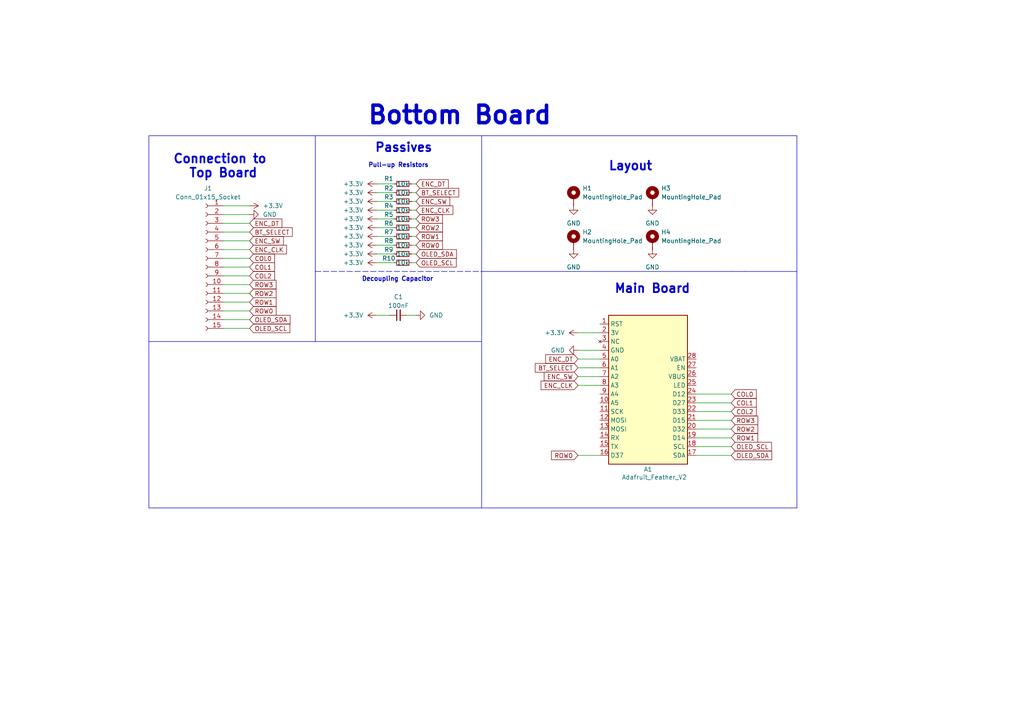
<source format=kicad_sch>
(kicad_sch (version 20231120) (generator "eeschema") (generator_version "8.0")
  (paper "A4")
  (lib_symbols
    (symbol "Connector:Conn_01x15_Socket" (pin_names (offset 1.016) hide)
      (property "Reference" "J" (at 0 20.32 0))
      (property "Value" "Conn_01x15_Socket" (at 0 -20.32 0))
      (symbol "Conn_01x15_Socket_1_1"
        (arc (start 0 -17.272) (mid -0.5058 -17.78) (end 0 -18.288) (stroke (width 0.1524)))
        (arc (start 0 -14.732) (mid -0.5058 -15.24) (end 0 -15.748) (stroke (width 0.1524)))
        (arc (start 0 -12.192) (mid -0.5058 -12.7) (end 0 -13.208) (stroke (width 0.1524)))
        (arc (start 0 -9.652) (mid -0.5058 -10.16) (end 0 -10.668) (stroke (width 0.1524)))
        (arc (start 0 -7.112) (mid -0.5058 -7.62) (end 0 -8.128) (stroke (width 0.1524)))
        (arc (start 0 -4.572) (mid -0.5058 -5.08) (end 0 -5.588) (stroke (width 0.1524)))
        (arc (start 0 -2.032) (mid -0.5058 -2.54) (end 0 -3.048) (stroke (width 0.1524)))
        (polyline (pts (xy -1.27 -17.78) (xy -0.508 -17.78)) (stroke (width 0.1524)))
        (polyline (pts (xy -1.27 -15.24) (xy -0.508 -15.24)) (stroke (width 0.1524)))
        (polyline (pts (xy -1.27 -12.7) (xy -0.508 -12.7)) (stroke (width 0.1524)))
        (polyline (pts (xy -1.27 -10.16) (xy -0.508 -10.16)) (stroke (width 0.1524)))
        (polyline (pts (xy -1.27 -7.62) (xy -0.508 -7.62)) (stroke (width 0.1524)))
        (polyline (pts (xy -1.27 -5.08) (xy -0.508 -5.08)) (stroke (width 0.1524)))
        (polyline (pts (xy -1.27 -2.54) (xy -0.508 -2.54)) (stroke (width 0.1524)))
        (polyline (pts (xy -1.27 0) (xy -0.508 0)) (stroke (width 0.1524)))
        (polyline (pts (xy -1.27 2.54) (xy -0.508 2.54)) (stroke (width 0.1524)))
        (polyline (pts (xy -1.27 5.08) (xy -0.508 5.08)) (stroke (width 0.1524)))
        (polyline (pts (xy -1.27 7.62) (xy -0.508 7.62)) (stroke (width 0.1524)))
        (polyline (pts (xy -1.27 10.16) (xy -0.508 10.16)) (stroke (width 0.1524)))
        (polyline (pts (xy -1.27 12.7) (xy -0.508 12.7)) (stroke (width 0.1524)))
        (polyline (pts (xy -1.27 15.24) (xy -0.508 15.24)) (stroke (width 0.1524)))
        (polyline (pts (xy -1.27 17.78) (xy -0.508 17.78)) (stroke (width 0.1524)))
        (arc (start 0 0.508) (mid -0.5058 0) (end 0 -0.508) (stroke (width 0.1524)))
        (arc (start 0 3.048) (mid -0.5058 2.54) (end 0 2.032) (stroke (width 0.1524)))
        (arc (start 0 5.588) (mid -0.5058 5.08) (end 0 4.572) (stroke (width 0.1524)))
        (arc (start 0 8.128) (mid -0.5058 7.62) (end 0 7.112) (stroke (width 0.1524)))
        (arc (start 0 10.668) (mid -0.5058 10.16) (end 0 9.652) (stroke (width 0.1524)))
        (arc (start 0 13.208) (mid -0.5058 12.7) (end 0 12.192) (stroke (width 0.1524)))
        (arc (start 0 15.748) (mid -0.5058 15.24) (end 0 14.732) (stroke (width 0.1524)))
        (arc (start 0 18.288) (mid -0.5058 17.78) (end 0 17.272) (stroke (width 0.1524)))
        (pin passive line (at -5.08 17.78 0) (length 3.81) (name "Pin_1") (number "1"))
        (pin passive line (at -5.08 -5.08 0) (length 3.81) (name "Pin_10") (number "10"))
        (pin passive line (at -5.08 -7.62 0) (length 3.81) (name "Pin_11") (number "11"))
        (pin passive line (at -5.08 -10.16 0) (length 3.81) (name "Pin_12") (number "12"))
        (pin passive line (at -5.08 -12.7 0) (length 3.81) (name "Pin_13") (number "13"))
        (pin passive line (at -5.08 -15.24 0) (length 3.81) (name "Pin_14") (number "14"))
        (pin passive line (at -5.08 -17.78 0) (length 3.81) (name "Pin_15") (number "15"))
        (pin passive line (at -5.08 15.24 0) (length 3.81) (name "Pin_2") (number "2"))
        (pin passive line (at -5.08 12.7 0) (length 3.81) (name "Pin_3") (number "3"))
        (pin passive line (at -5.08 10.16 0) (length 3.81) (name "Pin_4") (number "4"))
        (pin passive line (at -5.08 7.62 0) (length 3.81) (name "Pin_5") (number "5"))
        (pin passive line (at -5.08 5.08 0) (length 3.81) (name "Pin_6") (number "6"))
        (pin passive line (at -5.08 2.54 0) (length 3.81) (name "Pin_7") (number "7"))
        (pin passive line (at -5.08 0 0) (length 3.81) (name "Pin_8") (number "8"))
        (pin passive line (at -5.08 -2.54 0) (length 3.81) (name "Pin_9") (number "9"))
      )
    )
    (symbol "Device:C_Small" (pin_numbers hide) (pin_names (offset 0.254) hide)
      (property "Reference" "C" (at 0.254 1.778 0))
      (property "Value" "C_Small" (at 0.254 -2.032 0))
      (symbol "C_Small_0_1"
        (polyline (pts (xy -1.524 -0.508) (xy 1.524 -0.508)) (stroke (width 0.3302)))
        (polyline (pts (xy -1.524 0.508) (xy 1.524 0.508)) (stroke (width 0.3048)))
      )
      (symbol "C_Small_1_1"
        (pin passive line (at 0 2.54 270) (length 2.032) (name "~") (number "1"))
        (pin passive line (at 0 -2.54 90) (length 2.032) (name "~") (number "2"))
      )
    )
    (symbol "Device:R_Small" (pin_numbers hide) (pin_names (offset 0.254) hide)
      (property "Reference" "R" (at 0.762 0.508 0))
      (property "Value" "R_Small" (at 0.762 -1.016 0))
      (symbol "R_Small_0_1"
        (rectangle (start -0.762 1.778) (end 0.762 -1.778) (stroke (width 0.2032)))
      )
      (symbol "R_Small_1_1"
        (pin passive line (at 0 2.54 270) (length 0.762) (name "~") (number "1"))
        (pin passive line (at 0 -2.54 90) (length 0.762) (name "~") (number "2"))
      )
    )
    (symbol "MCU_Module:Adafruit_Feather_Generic"
      (property "Reference" "A1" (at -1.27 -23.114 0))
      (property "Value" "Adafruit_Feather_V2" (at -7.62 -25.4 0))
      (symbol "Adafruit_Feather_Generic_0_1"
        (rectangle (start -11.43 21.59) (end 11.43 -21.59) (stroke (width 0.254)) (fill (type background)))
      )
      (symbol "Adafruit_Feather_Generic_1_1"
        (pin bidirectional line (at -13.97 19.05 0) (length 2.54) (name "RST") (number "1"))
        (pin bidirectional line (at -13.97 -3.81 0) (length 2.54) (name "A5") (number "10"))
        (pin bidirectional line (at -13.97 -6.35 0) (length 2.54) (name "SCK") (number "11"))
        (pin bidirectional line (at -13.97 -8.89 0) (length 2.54) (name "MOSI") (number "12"))
        (pin bidirectional line (at -13.97 -11.43 0) (length 2.54) (name "MOSI") (number "13"))
        (pin bidirectional line (at -13.97 -13.97 0) (length 2.54) (name "RX") (number "14"))
        (pin bidirectional line (at -13.97 -16.51 0) (length 2.54) (name "TX") (number "15"))
        (pin bidirectional line (at -13.97 -19.05 0) (length 2.54) (name "D37") (number "16"))
        (pin bidirectional line (at 13.97 -19.05 180) (length 2.54) (name "SDA") (number "17"))
        (pin bidirectional line (at 13.97 -16.51 180) (length 2.54) (name "SCL") (number "18"))
        (pin bidirectional line (at 13.97 -13.97 180) (length 2.54) (name "D14") (number "19"))
        (pin power_out line (at -13.97 16.51 0) (length 2.54) (name "3V") (number "2"))
        (pin bidirectional line (at 13.97 -11.43 180) (length 2.54) (name "D32") (number "20"))
        (pin bidirectional line (at 13.97 -8.89 180) (length 2.54) (name "D15") (number "21"))
        (pin bidirectional line (at 13.97 -6.35 180) (length 2.54) (name "D33") (number "22"))
        (pin bidirectional line (at 13.97 -3.81 180) (length 2.54) (name "D27") (number "23"))
        (pin bidirectional line (at 13.97 -1.27 180) (length 2.54) (name "D12") (number "24"))
        (pin bidirectional line (at 13.97 1.27 180) (length 2.54) (name "LED") (number "25"))
        (pin bidirectional line (at 13.97 3.81 180) (length 2.54) (name "VBUS") (number "26"))
        (pin bidirectional line (at 13.97 6.35 180) (length 2.54) (name "EN") (number "27"))
        (pin bidirectional line (at 13.97 8.89 180) (length 2.54) (name "VBAT") (number "28"))
        (pin no_connect line (at -13.97 13.97 0) (length 2.54) (name "NC") (number "3"))
        (pin power_in line (at -13.97 11.43 0) (length 2.54) (name "GND") (number "4"))
        (pin bidirectional line (at -13.97 8.89 0) (length 2.54) (name "A0") (number "5"))
        (pin bidirectional line (at -13.97 6.35 0) (length 2.54) (name "A1") (number "6"))
        (pin bidirectional line (at -13.97 3.81 0) (length 2.54) (name "A2") (number "7"))
        (pin bidirectional line (at -13.97 1.27 0) (length 2.54) (name "A3") (number "8"))
        (pin bidirectional line (at -13.97 -1.27 0) (length 2.54) (name "A4") (number "9"))
      )
    )
    (symbol "Mechanical:MountingHole_Pad" (pin_numbers hide) (pin_names (offset 1.016) hide) (exclude_from_sim yes) (in_bom no)
      (property "Reference" "H" (at 0 6.35 0))
      (property "Value" "MountingHole_Pad" (at 0 4.445 0))
      (symbol "MountingHole_Pad_0_1"
        (circle (center 0 1.27) (radius 1.27) (stroke (width 1.27)))
      )
      (symbol "MountingHole_Pad_1_1"
        (pin input line (at 0 -2.54 90) (length 2.54) (name "1") (number "1"))
      )
    )
    (symbol "power:+3.3V" (power) (pin_numbers hide) (pin_names (offset 0) hide)
      (property "Value" "+3.3V" (at 0 3.556 0))
      (symbol "+3.3V_0_1"
        (polyline (pts (xy -0.762 1.27) (xy 0 2.54)))
        (polyline (pts (xy 0 0) (xy 0 2.54)))
        (polyline (pts (xy 0 2.54) (xy 0.762 1.27)))
      )
      (symbol "+3.3V_1_1"
        (pin power_in line (at 0 0 90) (length 0) (name "~") (number "1"))
      )
    )
    (symbol "power:GND" (power) (pin_numbers hide) (pin_names (offset 0) hide)
      (property "Value" "GND" (at 0 -3.81 0))
      (symbol "GND_0_1"
        (polyline (pts (xy 0 0) (xy 0 -1.27) (xy 1.27 -1.27) (xy 0 -2.54) (xy -1.27 -1.27) (xy 0 -1.27)))
      )
      (symbol "GND_1_1"
        (pin power_in line (at 0 0 270) (length 0) (name "~") (number "1"))
      )
    )
  )
  (wire (pts (xy 119.38 58.42) (xy 120.65 58.42)))
  (wire (pts (xy 109.22 55.88) (xy 114.3 55.88)))
  (wire (pts (xy 167.64 104.14) (xy 173.99 104.14)))
  (wire (pts (xy 212.09 116.84) (xy 201.93 116.84)))
  (wire (pts (xy 119.38 71.12) (xy 120.65 71.12)))
  (wire (pts (xy 109.22 91.44) (xy 113.03 91.44)))
  (wire (pts (xy 64.77 59.69) (xy 72.39 59.69)))
  (wire (pts (xy 167.64 111.76) (xy 173.99 111.76)))
  (wire (pts (xy 167.64 132.08) (xy 173.99 132.08)))
  (polyline (pts (xy 231.14 147.32) (xy 231.14 39.37)))
  (wire (pts (xy 64.77 95.25) (xy 72.39 95.25)))
  (wire (pts (xy 119.38 63.5) (xy 120.65 63.5)))
  (wire (pts (xy 109.22 71.12) (xy 114.3 71.12)))
  (wire (pts (xy 64.77 90.17) (xy 72.39 90.17)))
  (polyline (pts (xy 212.09 78.74) (xy 215.9 78.74)))
  (wire (pts (xy 64.77 87.63) (xy 72.39 87.63)))
  (wire (pts (xy 109.22 66.04) (xy 114.3 66.04)))
  (wire (pts (xy 212.09 119.38) (xy 201.93 119.38)))
  (wire (pts (xy 212.09 121.92) (xy 201.93 121.92)))
  (wire (pts (xy 119.38 68.58) (xy 120.65 68.58)))
  (wire (pts (xy 109.22 60.96) (xy 114.3 60.96)))
  (wire (pts (xy 64.77 85.09) (xy 72.39 85.09)))
  (wire (pts (xy 212.09 127) (xy 201.93 127)))
  (wire (pts (xy 109.22 53.34) (xy 114.3 53.34)))
  (wire (pts (xy 167.64 101.6) (xy 173.99 101.6)))
  (wire (pts (xy 119.38 66.04) (xy 120.65 66.04)))
  (wire (pts (xy 118.11 91.44) (xy 120.65 91.44)))
  (wire (pts (xy 212.09 114.3) (xy 201.93 114.3)))
  (polyline (pts (xy 91.44 39.37) (xy 91.44 99.06)))
  (wire (pts (xy 212.09 132.08) (xy 201.93 132.08)))
  (wire (pts (xy 64.77 62.23) (xy 72.39 62.23)))
  (wire (pts (xy 167.64 109.22) (xy 173.99 109.22)))
  (wire (pts (xy 212.09 124.46) (xy 201.93 124.46)))
  (polyline (pts (xy 43.18 39.37) (xy 231.14 39.37)))
  (wire (pts (xy 119.38 55.88) (xy 120.65 55.88)))
  (wire (pts (xy 64.77 92.71) (xy 72.39 92.71)))
  (wire (pts (xy 109.22 68.58) (xy 114.3 68.58)))
  (wire (pts (xy 167.64 106.68) (xy 173.99 106.68)))
  (wire (pts (xy 64.77 82.55) (xy 72.39 82.55)))
  (wire (pts (xy 64.77 77.47) (xy 72.39 77.47)))
  (wire (pts (xy 64.77 64.77) (xy 72.39 64.77)))
  (polyline (pts (xy 139.7 39.37) (xy 139.7 78.74)))
  (wire (pts (xy 64.77 72.39) (xy 72.39 72.39)))
  (polyline (pts (xy 91.44 99.06) (xy 43.18 99.06)))
  (wire (pts (xy 109.22 73.66) (xy 114.3 73.66)))
  (polyline (pts (xy 91.44 99.06) (xy 139.7 99.06)))
  (wire (pts (xy 109.22 63.5) (xy 114.3 63.5)))
  (polyline (pts (xy 139.7 78.74) (xy 139.7 147.32)))
  (wire (pts (xy 119.38 53.34) (xy 120.65 53.34)))
  (polyline (pts (xy 43.18 147.32) (xy 231.14 147.32)))
  (wire (pts (xy 64.77 67.31) (xy 72.39 67.31)))
  (polyline (pts (xy 43.18 39.37) (xy 43.18 147.32)))
  (polyline (pts (xy 91.44 78.74) (xy 139.7 78.74)) (stroke (width 0) (type dash)))
  (wire (pts (xy 64.77 69.85) (xy 72.39 69.85)))
  (wire (pts (xy 64.77 80.01) (xy 72.39 80.01)))
  (wire (pts (xy 64.77 74.93) (xy 72.39 74.93)))
  (wire (pts (xy 119.38 60.96) (xy 120.65 60.96)))
  (wire (pts (xy 119.38 76.2) (xy 120.65 76.2)))
  (wire (pts (xy 167.64 96.52) (xy 173.99 96.52)))
  (wire (pts (xy 212.09 129.54) (xy 201.93 129.54)))
  (wire (pts (xy 119.38 73.66) (xy 120.65 73.66)))
  (polyline (pts (xy 212.09 78.74) (xy 139.7 78.74)))
  (polyline (pts (xy 215.9 78.74) (xy 231.14 78.74)))
  (wire (pts (xy 109.22 58.42) (xy 114.3 58.42)))
  (wire (pts (xy 109.22 76.2) (xy 114.3 76.2)))
  (text "Bottom Board" (at 133.35 33.528 0) (effects (font (size 5.08 5.08) (thickness 1.016) (bold yes))))
  (text "Main Board" (at 189.23 83.82 0) (effects (font (size 2.54 2.54) (thickness 0.508) (bold yes))))
  (text "Decoupling Capacitor" (at 115.316 81.026 0) (effects (font (size 1.27 1.27) (bold yes))))
  (text "Layout" (at 182.88 48.26 0) (effects (font (size 2.54 2.54) (thickness 0.508) (bold yes))))
  (text "Passives" (at 117.094 42.926 0) (effects (font (size 2.54 2.54) (thickness 0.508) (bold yes))))
  (text "Pull-up Resistors" (at 115.57 48.006 0) (effects (font (size 1.27 1.27) (bold yes))))
  (text "Connection to \nTop Board" (at 64.77 48.26 0) (effects (font (size 2.54 2.54) (thickness 0.508) (bold yes))))
  (global_label "ENC_CLK" (shape input) (at 167.64 111.76 180) (property "Intersheetrefs" "${INTERSHEET_REFS}" (effects (hide yes))))
  (global_label "BT_SELECT" (shape input) (at 167.64 106.68 180) (property "Intersheetrefs" "${INTERSHEET_REFS}" (effects (hide yes))))
  (global_label "ROW1" (shape input) (at 120.65 68.58 0) (property "Intersheetrefs" "${INTERSHEET_REFS}" (effects (hide yes))))
  (global_label "ROW0" (shape input) (at 72.39 90.17 0) (property "Intersheetrefs" "${INTERSHEET_REFS}" (effects (hide yes))))
  (global_label "OLED_SDA" (shape input) (at 72.39 92.71 0) (property "Intersheetrefs" "${INTERSHEET_REFS}" (effects (hide yes))))
  (global_label "ENC_DT" (shape input) (at 167.64 104.14 180) (property "Intersheetrefs" "${INTERSHEET_REFS}" (effects (hide yes))))
  (global_label "ROW2" (shape input) (at 72.39 85.09 0) (property "Intersheetrefs" "${INTERSHEET_REFS}" (effects (hide yes))))
  (global_label "BT_SELECT" (shape input) (at 72.39 67.31 0) (property "Intersheetrefs" "${INTERSHEET_REFS}" (effects (hide yes))))
  (global_label "COL1" (shape input) (at 212.09 116.84 0) (property "Intersheetrefs" "${INTERSHEET_REFS}" (effects (hide yes))))
  (global_label "COL2" (shape input) (at 212.09 119.38 0) (property "Intersheetrefs" "${INTERSHEET_REFS}" (effects (hide yes))))
  (global_label "ENC_DT" (shape input) (at 120.65 53.34 0) (property "Intersheetrefs" "${INTERSHEET_REFS}" (effects (hide yes))))
  (global_label "OLED_SDA" (shape input) (at 120.65 73.66 0) (property "Intersheetrefs" "${INTERSHEET_REFS}" (effects (hide yes))))
  (global_label "ENC_SW" (shape input) (at 167.64 109.22 180) (property "Intersheetrefs" "${INTERSHEET_REFS}" (effects (hide yes))))
  (global_label "ENC_SW" (shape input) (at 120.65 58.42 0) (property "Intersheetrefs" "${INTERSHEET_REFS}" (effects (hide yes))))
  (global_label "ENC_CLK" (shape input) (at 72.39 72.39 0) (property "Intersheetrefs" "${INTERSHEET_REFS}" (effects (hide yes))))
  (global_label "ROW1" (shape input) (at 72.39 87.63 0) (property "Intersheetrefs" "${INTERSHEET_REFS}" (effects (hide yes))))
  (global_label "OLED_SCL" (shape input) (at 120.65 76.2 0) (property "Intersheetrefs" "${INTERSHEET_REFS}" (effects (hide yes))))
  (global_label "ROW3" (shape input) (at 72.39 82.55 0) (property "Intersheetrefs" "${INTERSHEET_REFS}" (effects (hide yes))))
  (global_label "COL0" (shape input) (at 72.39 74.93 0) (property "Intersheetrefs" "${INTERSHEET_REFS}" (effects (hide yes))))
  (global_label "COL2" (shape input) (at 72.39 80.01 0) (property "Intersheetrefs" "${INTERSHEET_REFS}" (effects (hide yes))))
  (global_label "ENC_SW" (shape input) (at 72.39 69.85 0) (property "Intersheetrefs" "${INTERSHEET_REFS}" (effects (hide yes))))
  (global_label "COL1" (shape input) (at 72.39 77.47 0) (property "Intersheetrefs" "${INTERSHEET_REFS}" (effects (hide yes))))
  (global_label "ENC_CLK" (shape input) (at 120.65 60.96 0) (property "Intersheetrefs" "${INTERSHEET_REFS}" (effects (hide yes))))
  (global_label "COL0" (shape input) (at 212.09 114.3 0) (property "Intersheetrefs" "${INTERSHEET_REFS}" (effects (hide yes))))
  (global_label "ROW1" (shape input) (at 212.09 127 0) (property "Intersheetrefs" "${INTERSHEET_REFS}" (effects (hide yes))))
  (global_label "ROW0" (shape input) (at 120.65 71.12 0) (property "Intersheetrefs" "${INTERSHEET_REFS}" (effects (hide yes))))
  (global_label "ROW2" (shape input) (at 120.65 66.04 0) (property "Intersheetrefs" "${INTERSHEET_REFS}" (effects (hide yes))))
  (global_label "ROW3" (shape input) (at 120.65 63.5 0) (property "Intersheetrefs" "${INTERSHEET_REFS}" (effects (hide yes))))
  (global_label "OLED_SCL" (shape input) (at 212.09 129.54 0) (property "Intersheetrefs" "${INTERSHEET_REFS}" (effects (hide yes))))
  (global_label "ROW2" (shape input) (at 212.09 124.46 0) (property "Intersheetrefs" "${INTERSHEET_REFS}" (effects (hide yes))))
  (global_label "BT_SELECT" (shape input) (at 120.65 55.88 0) (property "Intersheetrefs" "${INTERSHEET_REFS}" (effects (hide yes))))
  (global_label "ROW3" (shape input) (at 212.09 121.92 0) (property "Intersheetrefs" "${INTERSHEET_REFS}" (effects (hide yes))))
  (global_label "ROW0" (shape input) (at 167.64 132.08 180) (property "Intersheetrefs" "${INTERSHEET_REFS}" (effects (hide yes))))
  (global_label "OLED_SCL" (shape input) (at 72.39 95.25 0) (property "Intersheetrefs" "${INTERSHEET_REFS}" (effects (hide yes))))
  (global_label "OLED_SDA" (shape input) (at 212.09 132.08 0) (property "Intersheetrefs" "${INTERSHEET_REFS}" (effects (hide yes))))
  (global_label "ENC_DT" (shape input) (at 72.39 64.77 0) (property "Intersheetrefs" "${INTERSHEET_REFS}" (effects (hide yes))))
  (symbol (lib_id "power:+3.3V") (at 72.39 59.69 270) (mirror x) (unit 1)
    (property "Reference" "#PWR01" (effects (hide yes)))
    (property "Value" "+3.3V" (at 76.2 59.6901 90) (effects (justify left)))
    (property "Description" "Power symbol creates a global label with name \"+3.3V\"" (effects (hide yes)))
  )
  (symbol (lib_id "Device:R_Small") (at 116.84 76.2 90) (unit 1)
    (property "Reference" "R10" (at 112.776 74.93 90))
    (property "Value" "10k" (at 116.84 76.2 90))
    (property "Footprint" "Resistor_SMD:R_0805_2012Metric_Pad1.20x1.40mm_HandSolder" (effects (hide yes)))
    (property "Description" "Resistor, small symbol" (effects (hide yes)))
  )
  (symbol (lib_id "Mechanical:MountingHole_Pad") (at 166.37 57.15 0) (unit 1) (exclude_from_sim yes) (in_bom no)
    (property "Reference" "H1" (at 168.91 54.6099 0) (effects (justify left)))
    (property "Value" "MountingHole_Pad" (at 168.91 57.1499 0) (effects (justify left)))
    (property "Footprint" "MountingHole:MountingHole_2.2mm_M2_DIN965_Pad" (effects (hide yes)))
    (property "Description" "Mounting Hole with connection" (effects (hide yes)))
  )
  (symbol (lib_id "power:+3.3V") (at 109.22 53.34 90) (mirror x) (unit 1)
    (property "Reference" "#PWR06" (effects (hide yes)))
    (property "Value" "+3.3V" (at 105.41 53.3399 90) (effects (justify left)))
    (property "Description" "Power symbol creates a global label with name \"+3.3V\"" (effects (hide yes)))
  )
  (symbol (lib_id "Device:R_Small") (at 116.84 73.66 90) (unit 1)
    (property "Reference" "R9" (at 112.776 72.39 90))
    (property "Value" "10k" (at 116.84 73.66 90))
    (property "Footprint" "Resistor_SMD:R_0805_2012Metric_Pad1.20x1.40mm_HandSolder" (effects (hide yes)))
    (property "Description" "Resistor, small symbol" (effects (hide yes)))
  )
  (symbol (lib_id "power:+3.3V") (at 167.64 96.52 90) (mirror x) (unit 1)
    (property "Reference" "#PWR03" (effects (hide yes)))
    (property "Value" "+3.3V" (at 163.83 96.5199 90) (effects (justify left)))
    (property "Description" "Power symbol creates a global label with name \"+3.3V\"" (effects (hide yes)))
  )
  (symbol (lib_id "power:+3.3V") (at 109.22 60.96 90) (mirror x) (unit 1)
    (property "Reference" "#PWR08" (effects (hide yes)))
    (property "Value" "+3.3V" (at 105.41 60.9599 90) (effects (justify left)))
    (property "Description" "Power symbol creates a global label with name \"+3.3V\"" (effects (hide yes)))
  )
  (symbol (lib_id "Device:R_Small") (at 116.84 58.42 90) (unit 1)
    (property "Reference" "R3" (at 112.776 57.15 90))
    (property "Value" "10k" (at 116.84 58.42 90))
    (property "Footprint" "Resistor_SMD:R_0805_2012Metric_Pad1.20x1.40mm_HandSolder" (effects (hide yes)))
    (property "Description" "Resistor, small symbol" (effects (hide yes)))
  )
  (symbol (lib_id "Connector:Conn_01x15_Socket") (at 59.69 77.47 0) (mirror y) (unit 1)
    (property "Reference" "J1" (at 60.325 54.61 0))
    (property "Value" "Conn_01x15_Socket" (at 60.325 57.15 0))
    (property "Footprint" "Connector_PinSocket_2.54mm:PinSocket_1x15_P2.54mm_Vertical" (effects (hide yes)))
    (property "Description" "Generic connector, single row, 01x15, script generated" (effects (hide yes)))
  )
  (symbol (lib_id "power:+3.3V") (at 109.22 55.88 90) (mirror x) (unit 1)
    (property "Reference" "#PWR05" (effects (hide yes)))
    (property "Value" "+3.3V" (at 105.41 55.8799 90) (effects (justify left)))
    (property "Description" "Power symbol creates a global label with name \"+3.3V\"" (effects (hide yes)))
  )
  (symbol (lib_id "power:GND") (at 189.23 59.69 0) (mirror y) (unit 1)
    (property "Reference" "#PWR019" (effects (hide yes)))
    (property "Value" "GND" (at 189.23 64.77 0))
    (property "Description" "Power symbol creates a global label with name \"GND\" , ground" (effects (hide yes)))
  )
  (symbol (lib_id "Device:R_Small") (at 116.84 66.04 90) (unit 1)
    (property "Reference" "R6" (at 112.776 64.77 90))
    (property "Value" "10k" (at 116.84 66.04 90))
    (property "Footprint" "Resistor_SMD:R_0805_2012Metric_Pad1.20x1.40mm_HandSolder" (effects (hide yes)))
    (property "Description" "Resistor, small symbol" (effects (hide yes)))
  )
  (symbol (lib_id "power:GND") (at 120.65 91.44 90) (mirror x) (unit 1)
    (property "Reference" "#PWR016" (effects (hide yes)))
    (property "Value" "GND" (at 124.46 91.4399 90) (effects (justify right)))
    (property "Description" "Power symbol creates a global label with name \"GND\" , ground" (effects (hide yes)))
  )
  (symbol (lib_id "Mechanical:MountingHole_Pad") (at 189.23 57.15 0) (unit 1) (exclude_from_sim yes) (in_bom no)
    (property "Reference" "H3" (at 191.77 54.6099 0) (effects (justify left)))
    (property "Value" "MountingHole_Pad" (at 191.77 57.1499 0) (effects (justify left)))
    (property "Footprint" "MountingHole:MountingHole_2.2mm_M2_DIN965_Pad" (effects (hide yes)))
    (property "Description" "Mounting Hole with connection" (effects (hide yes)))
  )
  (symbol (lib_id "power:GND") (at 167.64 101.6 270) (mirror x) (unit 1)
    (property "Reference" "#PWR04" (effects (hide yes)))
    (property "Value" "GND" (at 163.83 101.5999 90) (effects (justify right)))
    (property "Description" "Power symbol creates a global label with name \"GND\" , ground" (effects (hide yes)))
  )
  (symbol (lib_id "power:+3.3V") (at 109.22 68.58 90) (mirror x) (unit 1)
    (property "Reference" "#PWR011" (effects (hide yes)))
    (property "Value" "+3.3V" (at 105.41 68.5799 90) (effects (justify left)))
    (property "Description" "Power symbol creates a global label with name \"+3.3V\"" (effects (hide yes)))
  )
  (symbol (lib_id "power:+3.3V") (at 109.22 58.42 90) (mirror x) (unit 1)
    (property "Reference" "#PWR07" (effects (hide yes)))
    (property "Value" "+3.3V" (at 105.41 58.4199 90) (effects (justify left)))
    (property "Description" "Power symbol creates a global label with name \"+3.3V\"" (effects (hide yes)))
  )
  (symbol (lib_id "power:+3.3V") (at 109.22 76.2 90) (mirror x) (unit 1)
    (property "Reference" "#PWR014" (effects (hide yes)))
    (property "Value" "+3.3V" (at 105.41 76.1999 90) (effects (justify left)))
    (property "Description" "Power symbol creates a global label with name \"+3.3V\"" (effects (hide yes)))
  )
  (symbol (lib_id "power:+3.3V") (at 109.22 91.44 90) (mirror x) (unit 1)
    (property "Reference" "#PWR015" (effects (hide yes)))
    (property "Value" "+3.3V" (at 105.41 91.4399 90) (effects (justify left)))
    (property "Description" "Power symbol creates a global label with name \"+3.3V\"" (effects (hide yes)))
  )
  (symbol (lib_id "power:+3.3V") (at 109.22 73.66 90) (mirror x) (unit 1)
    (property "Reference" "#PWR013" (effects (hide yes)))
    (property "Value" "+3.3V" (at 105.41 73.6599 90) (effects (justify left)))
    (property "Description" "Power symbol creates a global label with name \"+3.3V\"" (effects (hide yes)))
  )
  (symbol (lib_id "power:GND") (at 189.23 72.39 0) (mirror y) (unit 1)
    (property "Reference" "#PWR018" (effects (hide yes)))
    (property "Value" "GND" (at 189.23 77.47 0))
    (property "Description" "Power symbol creates a global label with name \"GND\" , ground" (effects (hide yes)))
  )
  (symbol (lib_id "power:GND") (at 166.37 59.69 0) (mirror y) (unit 1)
    (property "Reference" "#PWR020" (effects (hide yes)))
    (property "Value" "GND" (at 166.37 64.77 0))
    (property "Description" "Power symbol creates a global label with name \"GND\" , ground" (effects (hide yes)))
  )
  (symbol (lib_id "Device:R_Small") (at 116.84 68.58 90) (unit 1)
    (property "Reference" "R7" (at 112.776 67.31 90))
    (property "Value" "10k" (at 116.84 68.58 90))
    (property "Footprint" "Resistor_SMD:R_0805_2012Metric_Pad1.20x1.40mm_HandSolder" (effects (hide yes)))
    (property "Description" "Resistor, small symbol" (effects (hide yes)))
  )
  (symbol (lib_id "Device:R_Small") (at 116.84 60.96 90) (unit 1)
    (property "Reference" "R4" (at 112.776 59.69 90))
    (property "Value" "10k" (at 116.84 60.96 90))
    (property "Footprint" "Resistor_SMD:R_0805_2012Metric_Pad1.20x1.40mm_HandSolder" (effects (hide yes)))
    (property "Description" "Resistor, small symbol" (effects (hide yes)))
  )
  (symbol (lib_id "power:+3.3V") (at 109.22 66.04 90) (mirror x) (unit 1)
    (property "Reference" "#PWR010" (effects (hide yes)))
    (property "Value" "+3.3V" (at 105.41 66.0399 90) (effects (justify left)))
    (property "Description" "Power symbol creates a global label with name \"+3.3V\"" (effects (hide yes)))
  )
  (symbol (lib_id "power:GND") (at 72.39 62.23 90) (mirror x) (unit 1)
    (property "Reference" "#PWR02" (effects (hide yes)))
    (property "Value" "GND" (at 76.2 62.2301 90) (effects (justify right)))
    (property "Description" "Power symbol creates a global label with name \"GND\" , ground" (effects (hide yes)))
  )
  (symbol (lib_id "Mechanical:MountingHole_Pad") (at 189.23 69.85 0) (unit 1) (exclude_from_sim yes) (in_bom no)
    (property "Reference" "H4" (at 191.77 67.3099 0) (effects (justify left)))
    (property "Value" "MountingHole_Pad" (at 191.77 69.8499 0) (effects (justify left)))
    (property "Footprint" "MountingHole:MountingHole_2.2mm_M2_DIN965_Pad" (effects (hide yes)))
    (property "Description" "Mounting Hole with connection" (effects (hide yes)))
  )
  (symbol (lib_id "Device:R_Small") (at 116.84 71.12 90) (unit 1)
    (property "Reference" "R8" (at 112.776 69.85 90))
    (property "Value" "10k" (at 116.84 71.12 90))
    (property "Footprint" "Resistor_SMD:R_0805_2012Metric_Pad1.20x1.40mm_HandSolder" (effects (hide yes)))
    (property "Description" "Resistor, small symbol" (effects (hide yes)))
  )
  (symbol (lib_id "power:+3.3V") (at 109.22 71.12 90) (mirror x) (unit 1)
    (property "Reference" "#PWR012" (effects (hide yes)))
    (property "Value" "+3.3V" (at 105.41 71.1199 90) (effects (justify left)))
    (property "Description" "Power symbol creates a global label with name \"+3.3V\"" (effects (hide yes)))
  )
  (symbol (lib_id "Device:R_Small") (at 116.84 55.88 90) (unit 1)
    (property "Reference" "R2" (at 112.776 54.61 90))
    (property "Value" "10k" (at 116.84 55.88 90))
    (property "Footprint" "Resistor_SMD:R_0805_2012Metric_Pad1.20x1.40mm_HandSolder" (effects (hide yes)))
    (property "Description" "Resistor, small symbol" (effects (hide yes)))
  )
  (symbol (lib_id "power:+3.3V") (at 109.22 63.5 90) (mirror x) (unit 1)
    (property "Reference" "#PWR09" (effects (hide yes)))
    (property "Value" "+3.3V" (at 105.41 63.4999 90) (effects (justify left)))
    (property "Description" "Power symbol creates a global label with name \"+3.3V\"" (effects (hide yes)))
  )
  (symbol (lib_id "Device:C_Small") (at 115.57 91.44 90) (unit 1)
    (property "Reference" "C1" (at 115.57 86.106 90))
    (property "Value" "100nF" (at 115.57 88.646 90))
    (property "Footprint" "Capacitor_SMD:C_1206_3216Metric_Pad1.33x1.80mm_HandSolder" (effects (hide yes)))
    (property "Description" "Unpolarized capacitor, small symbol" (effects (hide yes)))
  )
  (symbol (lib_id "power:GND") (at 166.37 72.39 0) (mirror y) (unit 1)
    (property "Reference" "#PWR017" (effects (hide yes)))
    (property "Value" "GND" (at 166.37 77.47 0))
    (property "Description" "Power symbol creates a global label with name \"GND\" , ground" (effects (hide yes)))
  )
  (symbol (lib_id "Mechanical:MountingHole_Pad") (at 166.37 69.85 0) (unit 1) (exclude_from_sim yes) (in_bom no)
    (property "Reference" "H2" (at 168.91 67.3099 0) (effects (justify left)))
    (property "Value" "MountingHole_Pad" (at 168.91 69.8499 0) (effects (justify left)))
    (property "Footprint" "MountingHole:MountingHole_2.2mm_M2_DIN965_Pad" (effects (hide yes)))
    (property "Description" "Mounting Hole with connection" (effects (hide yes)))
  )
  (symbol (lib_id "Device:R_Small") (at 116.84 63.5 90) (unit 1)
    (property "Reference" "R5" (at 112.776 62.23 90))
    (property "Value" "10k" (at 116.84 63.5 90))
    (property "Footprint" "Resistor_SMD:R_0805_2012Metric_Pad1.20x1.40mm_HandSolder" (effects (hide yes)))
    (property "Description" "Resistor, small symbol" (effects (hide yes)))
  )
  (symbol (lib_id "Device:R_Small") (at 116.84 53.34 90) (unit 1)
    (property "Reference" "R1" (at 112.776 51.816 90))
    (property "Value" "10k" (at 116.84 53.34 90))
    (property "Footprint" "Resistor_SMD:R_0805_2012Metric_Pad1.20x1.40mm_HandSolder" (effects (hide yes)))
    (property "Description" "Resistor, small symbol" (effects (hide yes)))
  )
  (symbol (lib_id "MCU_Module:Adafruit_Feather_Generic") (at 187.96 113.03 0) (unit 1)
    (property "Reference" "A1" (at 186.69 136.144 0) (effects (justify left)))
    (property "Value" "Adafruit_Feather_V2" (at 180.34 138.43 0) (effects (justify left)))
    (property "Footprint" "Module:Adafruit_Feather" (effects (hide yes)))
    (property "Datasheet" "https://cdn-learn.adafruit.com/downloads/pdf/adafruit-feather.pdf" (effects (hide yes)))
    (property "Description" "Microcontroller module in various flavor, generic symbol" (effects (hide yes)))
  )
)
</source>
